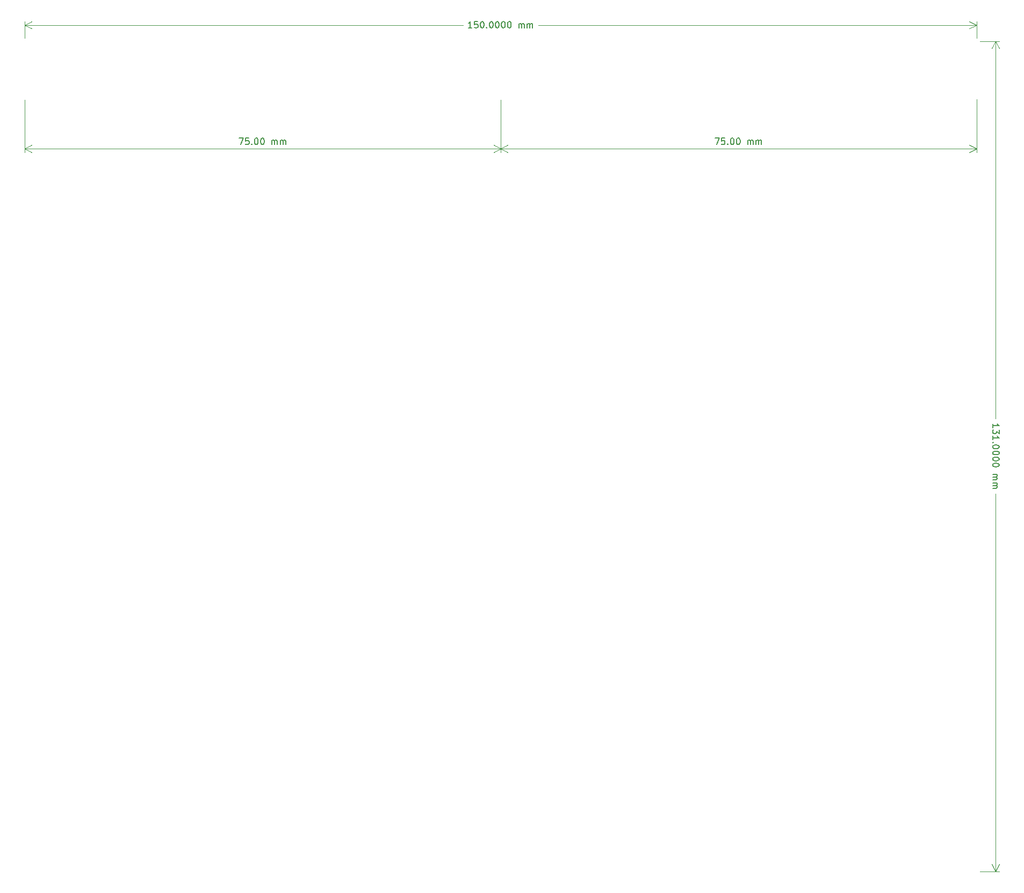
<source format=gbr>
G04 #@! TF.GenerationSoftware,KiCad,Pcbnew,9.0.3*
G04 #@! TF.CreationDate,2025-08-01T19:28:12-07:00*
G04 #@! TF.ProjectId,CardTestFixture,43617264-5465-4737-9446-697874757265,A*
G04 #@! TF.SameCoordinates,Original*
G04 #@! TF.FileFunction,OtherDrawing,Comment*
%FSLAX46Y46*%
G04 Gerber Fmt 4.6, Leading zero omitted, Abs format (unit mm)*
G04 Created by KiCad (PCBNEW 9.0.3) date 2025-08-01 19:28:12*
%MOMM*%
%LPD*%
G01*
G04 APERTURE LIST*
%ADD10C,0.150000*%
%ADD11C,0.100000*%
G04 APERTURE END LIST*
D10*
X150476190Y-27314819D02*
X149904762Y-27314819D01*
X150190476Y-27314819D02*
X150190476Y-26314819D01*
X150190476Y-26314819D02*
X150095238Y-26457676D01*
X150095238Y-26457676D02*
X150000000Y-26552914D01*
X150000000Y-26552914D02*
X149904762Y-26600533D01*
X151380952Y-26314819D02*
X150904762Y-26314819D01*
X150904762Y-26314819D02*
X150857143Y-26791009D01*
X150857143Y-26791009D02*
X150904762Y-26743390D01*
X150904762Y-26743390D02*
X151000000Y-26695771D01*
X151000000Y-26695771D02*
X151238095Y-26695771D01*
X151238095Y-26695771D02*
X151333333Y-26743390D01*
X151333333Y-26743390D02*
X151380952Y-26791009D01*
X151380952Y-26791009D02*
X151428571Y-26886247D01*
X151428571Y-26886247D02*
X151428571Y-27124342D01*
X151428571Y-27124342D02*
X151380952Y-27219580D01*
X151380952Y-27219580D02*
X151333333Y-27267200D01*
X151333333Y-27267200D02*
X151238095Y-27314819D01*
X151238095Y-27314819D02*
X151000000Y-27314819D01*
X151000000Y-27314819D02*
X150904762Y-27267200D01*
X150904762Y-27267200D02*
X150857143Y-27219580D01*
X152047619Y-26314819D02*
X152142857Y-26314819D01*
X152142857Y-26314819D02*
X152238095Y-26362438D01*
X152238095Y-26362438D02*
X152285714Y-26410057D01*
X152285714Y-26410057D02*
X152333333Y-26505295D01*
X152333333Y-26505295D02*
X152380952Y-26695771D01*
X152380952Y-26695771D02*
X152380952Y-26933866D01*
X152380952Y-26933866D02*
X152333333Y-27124342D01*
X152333333Y-27124342D02*
X152285714Y-27219580D01*
X152285714Y-27219580D02*
X152238095Y-27267200D01*
X152238095Y-27267200D02*
X152142857Y-27314819D01*
X152142857Y-27314819D02*
X152047619Y-27314819D01*
X152047619Y-27314819D02*
X151952381Y-27267200D01*
X151952381Y-27267200D02*
X151904762Y-27219580D01*
X151904762Y-27219580D02*
X151857143Y-27124342D01*
X151857143Y-27124342D02*
X151809524Y-26933866D01*
X151809524Y-26933866D02*
X151809524Y-26695771D01*
X151809524Y-26695771D02*
X151857143Y-26505295D01*
X151857143Y-26505295D02*
X151904762Y-26410057D01*
X151904762Y-26410057D02*
X151952381Y-26362438D01*
X151952381Y-26362438D02*
X152047619Y-26314819D01*
X152809524Y-27219580D02*
X152857143Y-27267200D01*
X152857143Y-27267200D02*
X152809524Y-27314819D01*
X152809524Y-27314819D02*
X152761905Y-27267200D01*
X152761905Y-27267200D02*
X152809524Y-27219580D01*
X152809524Y-27219580D02*
X152809524Y-27314819D01*
X153476190Y-26314819D02*
X153571428Y-26314819D01*
X153571428Y-26314819D02*
X153666666Y-26362438D01*
X153666666Y-26362438D02*
X153714285Y-26410057D01*
X153714285Y-26410057D02*
X153761904Y-26505295D01*
X153761904Y-26505295D02*
X153809523Y-26695771D01*
X153809523Y-26695771D02*
X153809523Y-26933866D01*
X153809523Y-26933866D02*
X153761904Y-27124342D01*
X153761904Y-27124342D02*
X153714285Y-27219580D01*
X153714285Y-27219580D02*
X153666666Y-27267200D01*
X153666666Y-27267200D02*
X153571428Y-27314819D01*
X153571428Y-27314819D02*
X153476190Y-27314819D01*
X153476190Y-27314819D02*
X153380952Y-27267200D01*
X153380952Y-27267200D02*
X153333333Y-27219580D01*
X153333333Y-27219580D02*
X153285714Y-27124342D01*
X153285714Y-27124342D02*
X153238095Y-26933866D01*
X153238095Y-26933866D02*
X153238095Y-26695771D01*
X153238095Y-26695771D02*
X153285714Y-26505295D01*
X153285714Y-26505295D02*
X153333333Y-26410057D01*
X153333333Y-26410057D02*
X153380952Y-26362438D01*
X153380952Y-26362438D02*
X153476190Y-26314819D01*
X154428571Y-26314819D02*
X154523809Y-26314819D01*
X154523809Y-26314819D02*
X154619047Y-26362438D01*
X154619047Y-26362438D02*
X154666666Y-26410057D01*
X154666666Y-26410057D02*
X154714285Y-26505295D01*
X154714285Y-26505295D02*
X154761904Y-26695771D01*
X154761904Y-26695771D02*
X154761904Y-26933866D01*
X154761904Y-26933866D02*
X154714285Y-27124342D01*
X154714285Y-27124342D02*
X154666666Y-27219580D01*
X154666666Y-27219580D02*
X154619047Y-27267200D01*
X154619047Y-27267200D02*
X154523809Y-27314819D01*
X154523809Y-27314819D02*
X154428571Y-27314819D01*
X154428571Y-27314819D02*
X154333333Y-27267200D01*
X154333333Y-27267200D02*
X154285714Y-27219580D01*
X154285714Y-27219580D02*
X154238095Y-27124342D01*
X154238095Y-27124342D02*
X154190476Y-26933866D01*
X154190476Y-26933866D02*
X154190476Y-26695771D01*
X154190476Y-26695771D02*
X154238095Y-26505295D01*
X154238095Y-26505295D02*
X154285714Y-26410057D01*
X154285714Y-26410057D02*
X154333333Y-26362438D01*
X154333333Y-26362438D02*
X154428571Y-26314819D01*
X155380952Y-26314819D02*
X155476190Y-26314819D01*
X155476190Y-26314819D02*
X155571428Y-26362438D01*
X155571428Y-26362438D02*
X155619047Y-26410057D01*
X155619047Y-26410057D02*
X155666666Y-26505295D01*
X155666666Y-26505295D02*
X155714285Y-26695771D01*
X155714285Y-26695771D02*
X155714285Y-26933866D01*
X155714285Y-26933866D02*
X155666666Y-27124342D01*
X155666666Y-27124342D02*
X155619047Y-27219580D01*
X155619047Y-27219580D02*
X155571428Y-27267200D01*
X155571428Y-27267200D02*
X155476190Y-27314819D01*
X155476190Y-27314819D02*
X155380952Y-27314819D01*
X155380952Y-27314819D02*
X155285714Y-27267200D01*
X155285714Y-27267200D02*
X155238095Y-27219580D01*
X155238095Y-27219580D02*
X155190476Y-27124342D01*
X155190476Y-27124342D02*
X155142857Y-26933866D01*
X155142857Y-26933866D02*
X155142857Y-26695771D01*
X155142857Y-26695771D02*
X155190476Y-26505295D01*
X155190476Y-26505295D02*
X155238095Y-26410057D01*
X155238095Y-26410057D02*
X155285714Y-26362438D01*
X155285714Y-26362438D02*
X155380952Y-26314819D01*
X156333333Y-26314819D02*
X156428571Y-26314819D01*
X156428571Y-26314819D02*
X156523809Y-26362438D01*
X156523809Y-26362438D02*
X156571428Y-26410057D01*
X156571428Y-26410057D02*
X156619047Y-26505295D01*
X156619047Y-26505295D02*
X156666666Y-26695771D01*
X156666666Y-26695771D02*
X156666666Y-26933866D01*
X156666666Y-26933866D02*
X156619047Y-27124342D01*
X156619047Y-27124342D02*
X156571428Y-27219580D01*
X156571428Y-27219580D02*
X156523809Y-27267200D01*
X156523809Y-27267200D02*
X156428571Y-27314819D01*
X156428571Y-27314819D02*
X156333333Y-27314819D01*
X156333333Y-27314819D02*
X156238095Y-27267200D01*
X156238095Y-27267200D02*
X156190476Y-27219580D01*
X156190476Y-27219580D02*
X156142857Y-27124342D01*
X156142857Y-27124342D02*
X156095238Y-26933866D01*
X156095238Y-26933866D02*
X156095238Y-26695771D01*
X156095238Y-26695771D02*
X156142857Y-26505295D01*
X156142857Y-26505295D02*
X156190476Y-26410057D01*
X156190476Y-26410057D02*
X156238095Y-26362438D01*
X156238095Y-26362438D02*
X156333333Y-26314819D01*
X157857143Y-27314819D02*
X157857143Y-26648152D01*
X157857143Y-26743390D02*
X157904762Y-26695771D01*
X157904762Y-26695771D02*
X158000000Y-26648152D01*
X158000000Y-26648152D02*
X158142857Y-26648152D01*
X158142857Y-26648152D02*
X158238095Y-26695771D01*
X158238095Y-26695771D02*
X158285714Y-26791009D01*
X158285714Y-26791009D02*
X158285714Y-27314819D01*
X158285714Y-26791009D02*
X158333333Y-26695771D01*
X158333333Y-26695771D02*
X158428571Y-26648152D01*
X158428571Y-26648152D02*
X158571428Y-26648152D01*
X158571428Y-26648152D02*
X158666667Y-26695771D01*
X158666667Y-26695771D02*
X158714286Y-26791009D01*
X158714286Y-26791009D02*
X158714286Y-27314819D01*
X159190476Y-27314819D02*
X159190476Y-26648152D01*
X159190476Y-26743390D02*
X159238095Y-26695771D01*
X159238095Y-26695771D02*
X159333333Y-26648152D01*
X159333333Y-26648152D02*
X159476190Y-26648152D01*
X159476190Y-26648152D02*
X159571428Y-26695771D01*
X159571428Y-26695771D02*
X159619047Y-26791009D01*
X159619047Y-26791009D02*
X159619047Y-27314819D01*
X159619047Y-26791009D02*
X159666666Y-26695771D01*
X159666666Y-26695771D02*
X159761904Y-26648152D01*
X159761904Y-26648152D02*
X159904761Y-26648152D01*
X159904761Y-26648152D02*
X160000000Y-26695771D01*
X160000000Y-26695771D02*
X160047619Y-26791009D01*
X160047619Y-26791009D02*
X160047619Y-27314819D01*
D11*
X80000000Y-28900000D02*
X80000000Y-26273580D01*
X230000000Y-28900000D02*
X230000000Y-26273580D01*
X80000000Y-26860000D02*
X149089286Y-26860000D01*
X160910714Y-26860000D02*
X230000000Y-26860000D01*
X80000000Y-26860000D02*
X81126504Y-26273579D01*
X80000000Y-26860000D02*
X81126504Y-27446421D01*
X230000000Y-26860000D02*
X228873496Y-27446421D01*
X230000000Y-26860000D02*
X228873496Y-26273579D01*
D10*
X232545180Y-90376190D02*
X232545180Y-89804762D01*
X232545180Y-90090476D02*
X233545180Y-90090476D01*
X233545180Y-90090476D02*
X233402323Y-89995238D01*
X233402323Y-89995238D02*
X233307085Y-89900000D01*
X233307085Y-89900000D02*
X233259466Y-89804762D01*
X233545180Y-90709524D02*
X233545180Y-91328571D01*
X233545180Y-91328571D02*
X233164228Y-90995238D01*
X233164228Y-90995238D02*
X233164228Y-91138095D01*
X233164228Y-91138095D02*
X233116609Y-91233333D01*
X233116609Y-91233333D02*
X233068990Y-91280952D01*
X233068990Y-91280952D02*
X232973752Y-91328571D01*
X232973752Y-91328571D02*
X232735657Y-91328571D01*
X232735657Y-91328571D02*
X232640419Y-91280952D01*
X232640419Y-91280952D02*
X232592800Y-91233333D01*
X232592800Y-91233333D02*
X232545180Y-91138095D01*
X232545180Y-91138095D02*
X232545180Y-90852381D01*
X232545180Y-90852381D02*
X232592800Y-90757143D01*
X232592800Y-90757143D02*
X232640419Y-90709524D01*
X232545180Y-92280952D02*
X232545180Y-91709524D01*
X232545180Y-91995238D02*
X233545180Y-91995238D01*
X233545180Y-91995238D02*
X233402323Y-91900000D01*
X233402323Y-91900000D02*
X233307085Y-91804762D01*
X233307085Y-91804762D02*
X233259466Y-91709524D01*
X232640419Y-92709524D02*
X232592800Y-92757143D01*
X232592800Y-92757143D02*
X232545180Y-92709524D01*
X232545180Y-92709524D02*
X232592800Y-92661905D01*
X232592800Y-92661905D02*
X232640419Y-92709524D01*
X232640419Y-92709524D02*
X232545180Y-92709524D01*
X233545180Y-93376190D02*
X233545180Y-93471428D01*
X233545180Y-93471428D02*
X233497561Y-93566666D01*
X233497561Y-93566666D02*
X233449942Y-93614285D01*
X233449942Y-93614285D02*
X233354704Y-93661904D01*
X233354704Y-93661904D02*
X233164228Y-93709523D01*
X233164228Y-93709523D02*
X232926133Y-93709523D01*
X232926133Y-93709523D02*
X232735657Y-93661904D01*
X232735657Y-93661904D02*
X232640419Y-93614285D01*
X232640419Y-93614285D02*
X232592800Y-93566666D01*
X232592800Y-93566666D02*
X232545180Y-93471428D01*
X232545180Y-93471428D02*
X232545180Y-93376190D01*
X232545180Y-93376190D02*
X232592800Y-93280952D01*
X232592800Y-93280952D02*
X232640419Y-93233333D01*
X232640419Y-93233333D02*
X232735657Y-93185714D01*
X232735657Y-93185714D02*
X232926133Y-93138095D01*
X232926133Y-93138095D02*
X233164228Y-93138095D01*
X233164228Y-93138095D02*
X233354704Y-93185714D01*
X233354704Y-93185714D02*
X233449942Y-93233333D01*
X233449942Y-93233333D02*
X233497561Y-93280952D01*
X233497561Y-93280952D02*
X233545180Y-93376190D01*
X233545180Y-94328571D02*
X233545180Y-94423809D01*
X233545180Y-94423809D02*
X233497561Y-94519047D01*
X233497561Y-94519047D02*
X233449942Y-94566666D01*
X233449942Y-94566666D02*
X233354704Y-94614285D01*
X233354704Y-94614285D02*
X233164228Y-94661904D01*
X233164228Y-94661904D02*
X232926133Y-94661904D01*
X232926133Y-94661904D02*
X232735657Y-94614285D01*
X232735657Y-94614285D02*
X232640419Y-94566666D01*
X232640419Y-94566666D02*
X232592800Y-94519047D01*
X232592800Y-94519047D02*
X232545180Y-94423809D01*
X232545180Y-94423809D02*
X232545180Y-94328571D01*
X232545180Y-94328571D02*
X232592800Y-94233333D01*
X232592800Y-94233333D02*
X232640419Y-94185714D01*
X232640419Y-94185714D02*
X232735657Y-94138095D01*
X232735657Y-94138095D02*
X232926133Y-94090476D01*
X232926133Y-94090476D02*
X233164228Y-94090476D01*
X233164228Y-94090476D02*
X233354704Y-94138095D01*
X233354704Y-94138095D02*
X233449942Y-94185714D01*
X233449942Y-94185714D02*
X233497561Y-94233333D01*
X233497561Y-94233333D02*
X233545180Y-94328571D01*
X233545180Y-95280952D02*
X233545180Y-95376190D01*
X233545180Y-95376190D02*
X233497561Y-95471428D01*
X233497561Y-95471428D02*
X233449942Y-95519047D01*
X233449942Y-95519047D02*
X233354704Y-95566666D01*
X233354704Y-95566666D02*
X233164228Y-95614285D01*
X233164228Y-95614285D02*
X232926133Y-95614285D01*
X232926133Y-95614285D02*
X232735657Y-95566666D01*
X232735657Y-95566666D02*
X232640419Y-95519047D01*
X232640419Y-95519047D02*
X232592800Y-95471428D01*
X232592800Y-95471428D02*
X232545180Y-95376190D01*
X232545180Y-95376190D02*
X232545180Y-95280952D01*
X232545180Y-95280952D02*
X232592800Y-95185714D01*
X232592800Y-95185714D02*
X232640419Y-95138095D01*
X232640419Y-95138095D02*
X232735657Y-95090476D01*
X232735657Y-95090476D02*
X232926133Y-95042857D01*
X232926133Y-95042857D02*
X233164228Y-95042857D01*
X233164228Y-95042857D02*
X233354704Y-95090476D01*
X233354704Y-95090476D02*
X233449942Y-95138095D01*
X233449942Y-95138095D02*
X233497561Y-95185714D01*
X233497561Y-95185714D02*
X233545180Y-95280952D01*
X233545180Y-96233333D02*
X233545180Y-96328571D01*
X233545180Y-96328571D02*
X233497561Y-96423809D01*
X233497561Y-96423809D02*
X233449942Y-96471428D01*
X233449942Y-96471428D02*
X233354704Y-96519047D01*
X233354704Y-96519047D02*
X233164228Y-96566666D01*
X233164228Y-96566666D02*
X232926133Y-96566666D01*
X232926133Y-96566666D02*
X232735657Y-96519047D01*
X232735657Y-96519047D02*
X232640419Y-96471428D01*
X232640419Y-96471428D02*
X232592800Y-96423809D01*
X232592800Y-96423809D02*
X232545180Y-96328571D01*
X232545180Y-96328571D02*
X232545180Y-96233333D01*
X232545180Y-96233333D02*
X232592800Y-96138095D01*
X232592800Y-96138095D02*
X232640419Y-96090476D01*
X232640419Y-96090476D02*
X232735657Y-96042857D01*
X232735657Y-96042857D02*
X232926133Y-95995238D01*
X232926133Y-95995238D02*
X233164228Y-95995238D01*
X233164228Y-95995238D02*
X233354704Y-96042857D01*
X233354704Y-96042857D02*
X233449942Y-96090476D01*
X233449942Y-96090476D02*
X233497561Y-96138095D01*
X233497561Y-96138095D02*
X233545180Y-96233333D01*
X232545180Y-97757143D02*
X233211847Y-97757143D01*
X233116609Y-97757143D02*
X233164228Y-97804762D01*
X233164228Y-97804762D02*
X233211847Y-97900000D01*
X233211847Y-97900000D02*
X233211847Y-98042857D01*
X233211847Y-98042857D02*
X233164228Y-98138095D01*
X233164228Y-98138095D02*
X233068990Y-98185714D01*
X233068990Y-98185714D02*
X232545180Y-98185714D01*
X233068990Y-98185714D02*
X233164228Y-98233333D01*
X233164228Y-98233333D02*
X233211847Y-98328571D01*
X233211847Y-98328571D02*
X233211847Y-98471428D01*
X233211847Y-98471428D02*
X233164228Y-98566667D01*
X233164228Y-98566667D02*
X233068990Y-98614286D01*
X233068990Y-98614286D02*
X232545180Y-98614286D01*
X232545180Y-99090476D02*
X233211847Y-99090476D01*
X233116609Y-99090476D02*
X233164228Y-99138095D01*
X233164228Y-99138095D02*
X233211847Y-99233333D01*
X233211847Y-99233333D02*
X233211847Y-99376190D01*
X233211847Y-99376190D02*
X233164228Y-99471428D01*
X233164228Y-99471428D02*
X233068990Y-99519047D01*
X233068990Y-99519047D02*
X232545180Y-99519047D01*
X233068990Y-99519047D02*
X233164228Y-99566666D01*
X233164228Y-99566666D02*
X233211847Y-99661904D01*
X233211847Y-99661904D02*
X233211847Y-99804761D01*
X233211847Y-99804761D02*
X233164228Y-99900000D01*
X233164228Y-99900000D02*
X233068990Y-99947619D01*
X233068990Y-99947619D02*
X232545180Y-99947619D01*
D11*
X230500000Y-29400000D02*
X233586420Y-29400000D01*
X230500000Y-160400000D02*
X233586420Y-160400000D01*
X233000000Y-29400000D02*
X233000000Y-88989286D01*
X233000000Y-100810714D02*
X233000000Y-160400000D01*
X233000000Y-29400000D02*
X233586421Y-30526504D01*
X233000000Y-29400000D02*
X232413579Y-30526504D01*
X233000000Y-160400000D02*
X232413579Y-159273496D01*
X233000000Y-160400000D02*
X233586421Y-159273496D01*
D10*
X188786259Y-44704819D02*
X189452925Y-44704819D01*
X189452925Y-44704819D02*
X189024354Y-45704819D01*
X190310068Y-44704819D02*
X189833878Y-44704819D01*
X189833878Y-44704819D02*
X189786259Y-45181009D01*
X189786259Y-45181009D02*
X189833878Y-45133390D01*
X189833878Y-45133390D02*
X189929116Y-45085771D01*
X189929116Y-45085771D02*
X190167211Y-45085771D01*
X190167211Y-45085771D02*
X190262449Y-45133390D01*
X190262449Y-45133390D02*
X190310068Y-45181009D01*
X190310068Y-45181009D02*
X190357687Y-45276247D01*
X190357687Y-45276247D02*
X190357687Y-45514342D01*
X190357687Y-45514342D02*
X190310068Y-45609580D01*
X190310068Y-45609580D02*
X190262449Y-45657200D01*
X190262449Y-45657200D02*
X190167211Y-45704819D01*
X190167211Y-45704819D02*
X189929116Y-45704819D01*
X189929116Y-45704819D02*
X189833878Y-45657200D01*
X189833878Y-45657200D02*
X189786259Y-45609580D01*
X190786259Y-45609580D02*
X190833878Y-45657200D01*
X190833878Y-45657200D02*
X190786259Y-45704819D01*
X190786259Y-45704819D02*
X190738640Y-45657200D01*
X190738640Y-45657200D02*
X190786259Y-45609580D01*
X190786259Y-45609580D02*
X190786259Y-45704819D01*
X191452925Y-44704819D02*
X191548163Y-44704819D01*
X191548163Y-44704819D02*
X191643401Y-44752438D01*
X191643401Y-44752438D02*
X191691020Y-44800057D01*
X191691020Y-44800057D02*
X191738639Y-44895295D01*
X191738639Y-44895295D02*
X191786258Y-45085771D01*
X191786258Y-45085771D02*
X191786258Y-45323866D01*
X191786258Y-45323866D02*
X191738639Y-45514342D01*
X191738639Y-45514342D02*
X191691020Y-45609580D01*
X191691020Y-45609580D02*
X191643401Y-45657200D01*
X191643401Y-45657200D02*
X191548163Y-45704819D01*
X191548163Y-45704819D02*
X191452925Y-45704819D01*
X191452925Y-45704819D02*
X191357687Y-45657200D01*
X191357687Y-45657200D02*
X191310068Y-45609580D01*
X191310068Y-45609580D02*
X191262449Y-45514342D01*
X191262449Y-45514342D02*
X191214830Y-45323866D01*
X191214830Y-45323866D02*
X191214830Y-45085771D01*
X191214830Y-45085771D02*
X191262449Y-44895295D01*
X191262449Y-44895295D02*
X191310068Y-44800057D01*
X191310068Y-44800057D02*
X191357687Y-44752438D01*
X191357687Y-44752438D02*
X191452925Y-44704819D01*
X192405306Y-44704819D02*
X192500544Y-44704819D01*
X192500544Y-44704819D02*
X192595782Y-44752438D01*
X192595782Y-44752438D02*
X192643401Y-44800057D01*
X192643401Y-44800057D02*
X192691020Y-44895295D01*
X192691020Y-44895295D02*
X192738639Y-45085771D01*
X192738639Y-45085771D02*
X192738639Y-45323866D01*
X192738639Y-45323866D02*
X192691020Y-45514342D01*
X192691020Y-45514342D02*
X192643401Y-45609580D01*
X192643401Y-45609580D02*
X192595782Y-45657200D01*
X192595782Y-45657200D02*
X192500544Y-45704819D01*
X192500544Y-45704819D02*
X192405306Y-45704819D01*
X192405306Y-45704819D02*
X192310068Y-45657200D01*
X192310068Y-45657200D02*
X192262449Y-45609580D01*
X192262449Y-45609580D02*
X192214830Y-45514342D01*
X192214830Y-45514342D02*
X192167211Y-45323866D01*
X192167211Y-45323866D02*
X192167211Y-45085771D01*
X192167211Y-45085771D02*
X192214830Y-44895295D01*
X192214830Y-44895295D02*
X192262449Y-44800057D01*
X192262449Y-44800057D02*
X192310068Y-44752438D01*
X192310068Y-44752438D02*
X192405306Y-44704819D01*
X193929116Y-45704819D02*
X193929116Y-45038152D01*
X193929116Y-45133390D02*
X193976735Y-45085771D01*
X193976735Y-45085771D02*
X194071973Y-45038152D01*
X194071973Y-45038152D02*
X194214830Y-45038152D01*
X194214830Y-45038152D02*
X194310068Y-45085771D01*
X194310068Y-45085771D02*
X194357687Y-45181009D01*
X194357687Y-45181009D02*
X194357687Y-45704819D01*
X194357687Y-45181009D02*
X194405306Y-45085771D01*
X194405306Y-45085771D02*
X194500544Y-45038152D01*
X194500544Y-45038152D02*
X194643401Y-45038152D01*
X194643401Y-45038152D02*
X194738640Y-45085771D01*
X194738640Y-45085771D02*
X194786259Y-45181009D01*
X194786259Y-45181009D02*
X194786259Y-45704819D01*
X195262449Y-45704819D02*
X195262449Y-45038152D01*
X195262449Y-45133390D02*
X195310068Y-45085771D01*
X195310068Y-45085771D02*
X195405306Y-45038152D01*
X195405306Y-45038152D02*
X195548163Y-45038152D01*
X195548163Y-45038152D02*
X195643401Y-45085771D01*
X195643401Y-45085771D02*
X195691020Y-45181009D01*
X195691020Y-45181009D02*
X195691020Y-45704819D01*
X195691020Y-45181009D02*
X195738639Y-45085771D01*
X195738639Y-45085771D02*
X195833877Y-45038152D01*
X195833877Y-45038152D02*
X195976734Y-45038152D01*
X195976734Y-45038152D02*
X196071973Y-45085771D01*
X196071973Y-45085771D02*
X196119592Y-45181009D01*
X196119592Y-45181009D02*
X196119592Y-45704819D01*
D11*
X155001087Y-38697501D02*
X155001087Y-46986420D01*
X230000000Y-46986420D02*
X230000000Y-38547501D01*
X155001087Y-46400000D02*
X230000000Y-46400000D01*
X155001087Y-46400000D02*
X156127591Y-45813579D01*
X155001087Y-46400000D02*
X156127591Y-46986421D01*
X230000000Y-46400000D02*
X228873496Y-46986421D01*
X230000000Y-46400000D02*
X228873496Y-45813579D01*
D10*
X113786259Y-44704819D02*
X114452925Y-44704819D01*
X114452925Y-44704819D02*
X114024354Y-45704819D01*
X115310068Y-44704819D02*
X114833878Y-44704819D01*
X114833878Y-44704819D02*
X114786259Y-45181009D01*
X114786259Y-45181009D02*
X114833878Y-45133390D01*
X114833878Y-45133390D02*
X114929116Y-45085771D01*
X114929116Y-45085771D02*
X115167211Y-45085771D01*
X115167211Y-45085771D02*
X115262449Y-45133390D01*
X115262449Y-45133390D02*
X115310068Y-45181009D01*
X115310068Y-45181009D02*
X115357687Y-45276247D01*
X115357687Y-45276247D02*
X115357687Y-45514342D01*
X115357687Y-45514342D02*
X115310068Y-45609580D01*
X115310068Y-45609580D02*
X115262449Y-45657200D01*
X115262449Y-45657200D02*
X115167211Y-45704819D01*
X115167211Y-45704819D02*
X114929116Y-45704819D01*
X114929116Y-45704819D02*
X114833878Y-45657200D01*
X114833878Y-45657200D02*
X114786259Y-45609580D01*
X115786259Y-45609580D02*
X115833878Y-45657200D01*
X115833878Y-45657200D02*
X115786259Y-45704819D01*
X115786259Y-45704819D02*
X115738640Y-45657200D01*
X115738640Y-45657200D02*
X115786259Y-45609580D01*
X115786259Y-45609580D02*
X115786259Y-45704819D01*
X116452925Y-44704819D02*
X116548163Y-44704819D01*
X116548163Y-44704819D02*
X116643401Y-44752438D01*
X116643401Y-44752438D02*
X116691020Y-44800057D01*
X116691020Y-44800057D02*
X116738639Y-44895295D01*
X116738639Y-44895295D02*
X116786258Y-45085771D01*
X116786258Y-45085771D02*
X116786258Y-45323866D01*
X116786258Y-45323866D02*
X116738639Y-45514342D01*
X116738639Y-45514342D02*
X116691020Y-45609580D01*
X116691020Y-45609580D02*
X116643401Y-45657200D01*
X116643401Y-45657200D02*
X116548163Y-45704819D01*
X116548163Y-45704819D02*
X116452925Y-45704819D01*
X116452925Y-45704819D02*
X116357687Y-45657200D01*
X116357687Y-45657200D02*
X116310068Y-45609580D01*
X116310068Y-45609580D02*
X116262449Y-45514342D01*
X116262449Y-45514342D02*
X116214830Y-45323866D01*
X116214830Y-45323866D02*
X116214830Y-45085771D01*
X116214830Y-45085771D02*
X116262449Y-44895295D01*
X116262449Y-44895295D02*
X116310068Y-44800057D01*
X116310068Y-44800057D02*
X116357687Y-44752438D01*
X116357687Y-44752438D02*
X116452925Y-44704819D01*
X117405306Y-44704819D02*
X117500544Y-44704819D01*
X117500544Y-44704819D02*
X117595782Y-44752438D01*
X117595782Y-44752438D02*
X117643401Y-44800057D01*
X117643401Y-44800057D02*
X117691020Y-44895295D01*
X117691020Y-44895295D02*
X117738639Y-45085771D01*
X117738639Y-45085771D02*
X117738639Y-45323866D01*
X117738639Y-45323866D02*
X117691020Y-45514342D01*
X117691020Y-45514342D02*
X117643401Y-45609580D01*
X117643401Y-45609580D02*
X117595782Y-45657200D01*
X117595782Y-45657200D02*
X117500544Y-45704819D01*
X117500544Y-45704819D02*
X117405306Y-45704819D01*
X117405306Y-45704819D02*
X117310068Y-45657200D01*
X117310068Y-45657200D02*
X117262449Y-45609580D01*
X117262449Y-45609580D02*
X117214830Y-45514342D01*
X117214830Y-45514342D02*
X117167211Y-45323866D01*
X117167211Y-45323866D02*
X117167211Y-45085771D01*
X117167211Y-45085771D02*
X117214830Y-44895295D01*
X117214830Y-44895295D02*
X117262449Y-44800057D01*
X117262449Y-44800057D02*
X117310068Y-44752438D01*
X117310068Y-44752438D02*
X117405306Y-44704819D01*
X118929116Y-45704819D02*
X118929116Y-45038152D01*
X118929116Y-45133390D02*
X118976735Y-45085771D01*
X118976735Y-45085771D02*
X119071973Y-45038152D01*
X119071973Y-45038152D02*
X119214830Y-45038152D01*
X119214830Y-45038152D02*
X119310068Y-45085771D01*
X119310068Y-45085771D02*
X119357687Y-45181009D01*
X119357687Y-45181009D02*
X119357687Y-45704819D01*
X119357687Y-45181009D02*
X119405306Y-45085771D01*
X119405306Y-45085771D02*
X119500544Y-45038152D01*
X119500544Y-45038152D02*
X119643401Y-45038152D01*
X119643401Y-45038152D02*
X119738640Y-45085771D01*
X119738640Y-45085771D02*
X119786259Y-45181009D01*
X119786259Y-45181009D02*
X119786259Y-45704819D01*
X120262449Y-45704819D02*
X120262449Y-45038152D01*
X120262449Y-45133390D02*
X120310068Y-45085771D01*
X120310068Y-45085771D02*
X120405306Y-45038152D01*
X120405306Y-45038152D02*
X120548163Y-45038152D01*
X120548163Y-45038152D02*
X120643401Y-45085771D01*
X120643401Y-45085771D02*
X120691020Y-45181009D01*
X120691020Y-45181009D02*
X120691020Y-45704819D01*
X120691020Y-45181009D02*
X120738639Y-45085771D01*
X120738639Y-45085771D02*
X120833877Y-45038152D01*
X120833877Y-45038152D02*
X120976734Y-45038152D01*
X120976734Y-45038152D02*
X121071973Y-45085771D01*
X121071973Y-45085771D02*
X121119592Y-45181009D01*
X121119592Y-45181009D02*
X121119592Y-45704819D01*
D11*
X80000000Y-38697501D02*
X80000000Y-46986420D01*
X155001087Y-46986420D02*
X155001087Y-38697501D01*
X80000000Y-46400000D02*
X155001087Y-46400000D01*
X80000000Y-46400000D02*
X81126504Y-45813579D01*
X80000000Y-46400000D02*
X81126504Y-46986421D01*
X155001087Y-46400000D02*
X153874583Y-46986421D01*
X155001087Y-46400000D02*
X153874583Y-45813579D01*
M02*

</source>
